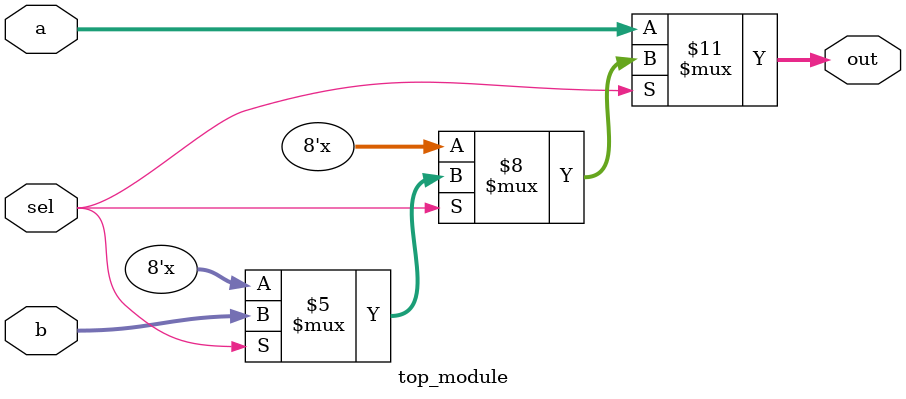
<source format=sv>
module top_module (
    input sel,
    input [7:0] a,
    input [7:0] b,
    output reg [7:0] out
);

always @(*) begin
    if (sel == 1'b0)
        out = a;
    else if (sel == 1'b1)
        out = b;
end

endmodule

</source>
